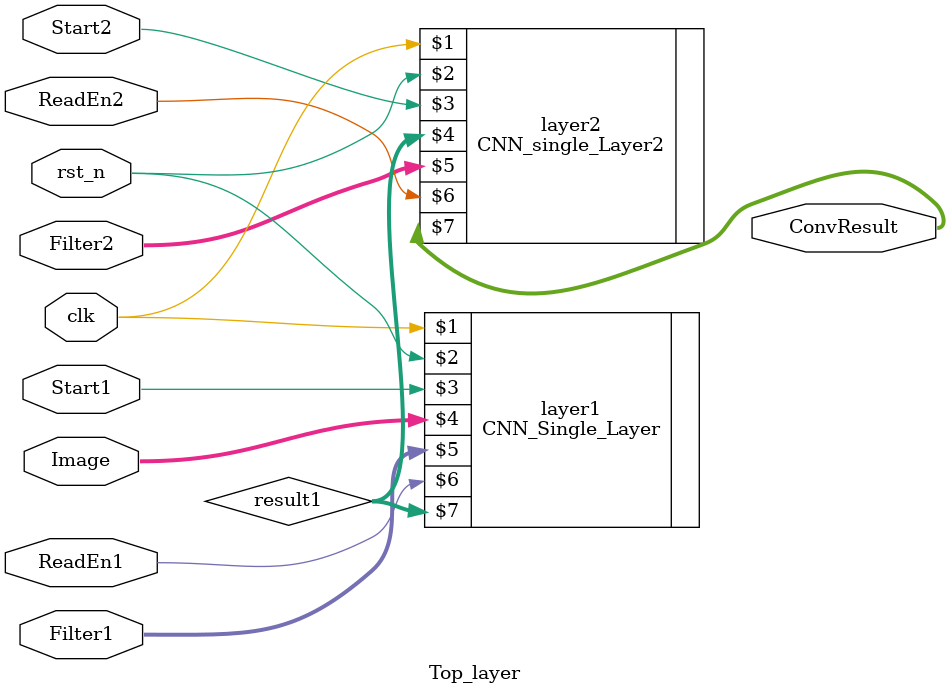
<source format=v>
`timescale 1ns / 1ps


module Top_layer(clk, rst_n, Start1, Image, Filter1, ReadEn1, Start2, Filter2, ReadEn2, ConvResult);

input clk, rst_n, Start1, ReadEn1, Start2, ReadEn2;
input [3:0] Image;
input signed [3:0] Filter1;
input signed [9:0] Filter2;

output signed [21:0] ConvResult;
wire [9:0] result1;

CNN_Single_Layer layer1(clk, rst_n, Start1, Image, Filter1, ReadEn1, result1);
CNN_single_Layer2 layer2(clk, rst_n, Start2, result1, Filter2, ReadEn2, ConvResult);

endmodule
</source>
